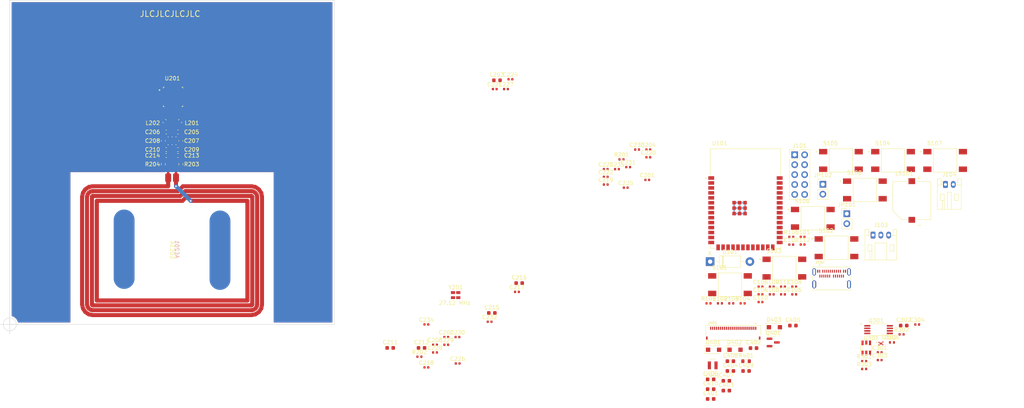
<source format=kicad_pcb>
(kicad_pcb (version 20211014) (generator pcbnew)

  (general
    (thickness 1.59)
  )

  (paper "A4")
  (layers
    (0 "F.Cu" signal)
    (1 "In1.Cu" power)
    (2 "In2.Cu" power)
    (31 "B.Cu" signal)
    (32 "B.Adhes" user "B.Adhesive")
    (33 "F.Adhes" user "F.Adhesive")
    (34 "B.Paste" user)
    (35 "F.Paste" user)
    (36 "B.SilkS" user "B.Silkscreen")
    (37 "F.SilkS" user "F.Silkscreen")
    (38 "B.Mask" user)
    (39 "F.Mask" user)
    (40 "Dwgs.User" user "User.Drawings")
    (41 "Cmts.User" user "User.Comments")
    (42 "Eco1.User" user "User.Eco1")
    (43 "Eco2.User" user "User.Eco2")
    (44 "Edge.Cuts" user)
    (45 "Margin" user)
    (46 "B.CrtYd" user "B.Courtyard")
    (47 "F.CrtYd" user "F.Courtyard")
    (48 "B.Fab" user)
    (49 "F.Fab" user)
    (50 "User.1" user)
    (51 "User.2" user)
    (52 "User.3" user)
    (53 "User.4" user)
    (54 "User.5" user)
    (55 "User.6" user)
    (56 "User.7" user)
    (57 "User.8" user)
    (58 "User.9" user)
  )

  (setup
    (stackup
      (layer "F.SilkS" (type "Top Silk Screen") (color "White"))
      (layer "F.Paste" (type "Top Solder Paste"))
      (layer "F.Mask" (type "Top Solder Mask") (color "Green") (thickness 0.01))
      (layer "F.Cu" (type "copper") (thickness 0.035))
      (layer "dielectric 1" (type "core") (thickness 0.2) (material "FR4") (epsilon_r 4.6) (loss_tangent 0.02))
      (layer "In1.Cu" (type "copper") (thickness 0.0175))
      (layer "dielectric 2" (type "prepreg") (thickness 1.065) (material "FR4") (epsilon_r 4.6) (loss_tangent 0.02))
      (layer "In2.Cu" (type "copper") (thickness 0.0175))
      (layer "dielectric 3" (type "core") (thickness 0.2) (material "FR4") (epsilon_r 4.6) (loss_tangent 0.02))
      (layer "B.Cu" (type "copper") (thickness 0.035))
      (layer "B.Mask" (type "Bottom Solder Mask") (color "Green") (thickness 0.01))
      (layer "B.Paste" (type "Bottom Solder Paste"))
      (layer "B.SilkS" (type "Bottom Silk Screen") (color "White"))
      (copper_finish "ENIG")
      (dielectric_constraints yes)
    )
    (pad_to_mask_clearance 0)
    (pcbplotparams
      (layerselection 0x00010fc_ffffffff)
      (disableapertmacros false)
      (usegerberextensions false)
      (usegerberattributes true)
      (usegerberadvancedattributes true)
      (creategerberjobfile true)
      (svguseinch false)
      (svgprecision 6)
      (excludeedgelayer true)
      (plotframeref false)
      (viasonmask false)
      (mode 1)
      (useauxorigin false)
      (hpglpennumber 1)
      (hpglpenspeed 20)
      (hpglpendiameter 15.000000)
      (dxfpolygonmode true)
      (dxfimperialunits true)
      (dxfusepcbnewfont true)
      (psnegative false)
      (psa4output false)
      (plotreference true)
      (plotvalue true)
      (plotinvisibletext false)
      (sketchpadsonfab false)
      (subtractmaskfromsilk false)
      (outputformat 1)
      (mirror false)
      (drillshape 1)
      (scaleselection 1)
      (outputdirectory "")
    )
  )

  (net 0 "")
  (net 1 "Net-(AE202-Pad1)")
  (net 2 "Net-(AE202-Pad2)")
  (net 3 "GND")
  (net 4 "+3V3")
  (net 5 "Net-(C404-Pad2)")
  (net 6 "Net-(C405-Pad2)")
  (net 7 "Net-(C406-Pad2)")
  (net 8 "Net-(C407-Pad2)")
  (net 9 "Net-(C408-Pad2)")
  (net 10 "Net-(C409-Pad2)")
  (net 11 "Net-(C410-Pad1)")
  (net 12 "+5V")
  (net 13 "USB_VBUS")
  (net 14 "ETH_CLK")
  (net 15 "ETH_INT")
  (net 16 "ETH_WOL")
  (net 17 "MISO")
  (net 18 "MOSI")
  (net 19 "Net-(C222-Pad1)")
  (net 20 "Net-(C225-Pad1)")
  (net 21 "Net-(J102-PadS1)")
  (net 22 "Net-(J102-PadA1)")
  (net 23 "unconnected-(J102-PadA2)")
  (net 24 "unconnected-(J102-PadA3)")
  (net 25 "Net-(J102-PadA5)")
  (net 26 "USB_D+")
  (net 27 "USB_D-")
  (net 28 "unconnected-(J102-PadA8)")
  (net 29 "unconnected-(J102-PadA10)")
  (net 30 "unconnected-(J102-PadA11)")
  (net 31 "Net-(J102-PadB1)")
  (net 32 "unconnected-(J102-PadB2)")
  (net 33 "unconnected-(J102-PadB3)")
  (net 34 "Net-(J102-PadB5)")
  (net 35 "unconnected-(J102-PadB8)")
  (net 36 "unconnected-(J102-PadB10)")
  (net 37 "unconnected-(J102-PadB11)")
  (net 38 "LED_DATA")
  (net 39 "+BATT")
  (net 40 "-BATT")
  (net 41 "SCLK")
  (net 42 "Net-(J401-PadS1)")
  (net 43 "ETH_SS_N")
  (net 44 "Net-(J401-Pad1)")
  (net 45 "unconnected-(J401-Pad6)")
  (net 46 "unconnected-(J401-Pad7)")
  (net 47 "DISP_BS")
  (net 48 "DISP_BUSY_N")
  (net 49 "DISP_RST")
  (net 50 "DISP_DC")
  (net 51 "DISP_SS_N")
  (net 52 "NFC_SS_N")
  (net 53 "NFC_IRQ")
  (net 54 "unconnected-(J401-Pad17)")
  (net 55 "unconnected-(J401-Pad19)")
  (net 56 "BUZZER")
  (net 57 "Net-(Q301-Pad1)")
  (net 58 "Net-(Q301-Pad4)")
  (net 59 "Net-(Q301-Pad5)")
  (net 60 "unconnected-(S101-Pad2)")
  (net 61 "unconnected-(S101-Pad3)")
  (net 62 "SW1")
  (net 63 "unconnected-(S102-Pad2)")
  (net 64 "Net-(S102-Pad3)")
  (net 65 "SW5")
  (net 66 "unconnected-(S103-Pad3)")
  (net 67 "unconnected-(S103-Pad4)")
  (net 68 "unconnected-(S104-Pad2)")
  (net 69 "unconnected-(S104-Pad3)")
  (net 70 "SW2")
  (net 71 "unconnected-(S105-Pad2)")
  (net 72 "unconnected-(S105-Pad3)")
  (net 73 "SW3")
  (net 74 "unconnected-(S106-Pad2)")
  (net 75 "unconnected-(S106-Pad3)")
  (net 76 "SW4")
  (net 77 "unconnected-(S107-Pad2)")
  (net 78 "unconnected-(S107-Pad3)")
  (net 79 "ESP_EN")
  (net 80 "unconnected-(S108-Pad2)")
  (net 81 "unconnected-(S108-Pad3)")
  (net 82 "ESP_BOOT")
  (net 83 "unconnected-(U101-Pad4)")
  (net 84 "unconnected-(U101-Pad5)")
  (net 85 "unconnected-(U101-Pad6)")
  (net 86 "unconnected-(U101-Pad7)")
  (net 87 "Net-(R105-Pad2)")
  (net 88 "unconnected-(U101-Pad12)")
  (net 89 "ESP_D-")
  (net 90 "ESP_D+")
  (net 91 "unconnected-(U101-Pad15)")
  (net 92 "unconnected-(U101-Pad36)")
  (net 93 "unconnected-(U101-Pad37)")
  (net 94 "unconnected-(U101-Pad38)")
  (net 95 "SENSE_BAT")
  (net 96 "unconnected-(U101-Pad25)")
  (net 97 "Net-(C217-Pad1)")
  (net 98 "/NFC/RFO1")
  (net 99 "/NFC/RFO2")
  (net 100 "/NFC/TRIM1_3")
  (net 101 "/NFC/TRIM2_3")
  (net 102 "/NFC/TRIM1_2")
  (net 103 "/NFC/TRIM2_2")
  (net 104 "Net-(R201-Pad2)")
  (net 105 "unconnected-(U201-Pad28)")
  (net 106 "Net-(R202-Pad2)")
  (net 107 "Net-(C221-Pad1)")
  (net 108 "Net-(C202-Pad2)")
  (net 109 "Net-(C201-Pad2)")
  (net 110 "/NFC/TRIM1_1")
  (net 111 "/NFC/TRIM2_1")
  (net 112 "/NFC/TRIM1_0")
  (net 113 "/NFC/TRIM2_0")
  (net 114 "/NFC/RFI1")
  (net 115 "/NFC/RFI2")
  (net 116 "Net-(C218-Pad2)")
  (net 117 "Net-(R302-Pad1)")
  (net 118 "unconnected-(U301-Pad4)")
  (net 119 "Net-(C301-Pad1)")
  (net 120 "Net-(AE201-Pad1)")
  (net 121 "Net-(AE201-Pad2)")
  (net 122 "Net-(C205-Pad1)")
  (net 123 "Net-(C206-Pad2)")
  (net 124 "TRIM1")
  (net 125 "TRIM2")
  (net 126 "Net-(C403-Pad1)")
  (net 127 "Net-(C403-Pad2)")

  (footprint "Capacitor_SMD:C_0603_1608Metric" (layer "F.Cu") (at 209.205 124.065))

  (footprint "Capacitor_SMD:C_0402_1005Metric" (layer "F.Cu") (at 141.595 115.205))

  (footprint "Resistor_SMD:R_0603_1608Metric" (layer "F.Cu") (at 73.75 69 -90))

  (footprint "CMI-9705-0380-SMT-TR:CUI_CMI-9705-0380-SMT-TR" (layer "F.Cu") (at 260.635 78.275))

  (footprint "Capacitor_SMD:C_0603_1608Metric" (layer "F.Cu") (at 73 66.75 180))

  (footprint "Capacitor_SMD:C_0402_1005Metric" (layer "F.Cu") (at 154 49.75))

  (footprint "FH34SRJ-24S-0:HRS_FH34SRJ-24S-0.5SH(99)" (layer "F.Cu") (at 214.975 112.14))

  (footprint "FS8205A:SOP65P640X120-8N" (layer "F.Cu") (at 252.14 111.33))

  (footprint "Capacitor_SMD:C_0402_1005Metric" (layer "F.Cu") (at 182.375 74.195))

  (footprint "Resistor_SMD:R_0402_1005Metric" (layer "F.Cu") (at 258.025 112.545))

  (footprint "Resistor_SMD:R_0402_1005Metric" (layer "F.Cu") (at 211.565 104.595))

  (footprint "ST25R3911B-AQFT:QFN50P500X500X100-33N" (layer "F.Cu") (at 71.75 51.75))

  (footprint "Resistor_SMD:R_0603_1608Metric" (layer "F.Cu") (at 218.265 119.415))

  (footprint "Capacitor_SMD:C_0402_1005Metric" (layer "F.Cu") (at 138.725 115.205))

  (footprint "Capacitor_SMD:C_0402_1005Metric" (layer "F.Cu") (at 187.48 75))

  (footprint "Capacitor_SMD:C_0402_1005Metric" (layer "F.Cu") (at 193.265 67.205))

  (footprint "NCP167BMX330TBG:REG_NCP167BMX330TBG" (layer "F.Cu") (at 252.74 114.895))

  (footprint "Capacitor_SMD:C_0402_1005Metric" (layer "F.Cu") (at 182.375 72.225))

  (footprint "Capacitor_SMD:C_0603_1608Metric" (layer "F.Cu") (at 213.215 126.945))

  (footprint "Diode_SMD:D_SOD-123F" (layer "F.Cu") (at 215.44 116.485))

  (footprint "Diode_SMD:D_SOD-123F" (layer "F.Cu") (at 209.96 116.485))

  (footprint "Connector_PinHeader_2.54mm:PinHeader_2x05_P2.54mm_Vertical" (layer "F.Cu") (at 230.695 66.575))

  (footprint "Antenna:Antenna_NFC" (layer "F.Cu") (at 71 91 -90))

  (footprint "Capacitor_SMD:C_0402_1005Metric" (layer "F.Cu") (at 188.115 69.735))

  (footprint "Connector_PinHeader_2.54mm:PinHeader_1x02_P2.54mm_Vertical" (layer "F.Cu") (at 244.015 81.675))

  (footprint "Resistor_SMD:R_0402_1005Metric" (layer "F.Cu") (at 186.405 67.755))

  (footprint "Resistor_SMD:R_0402_1005Metric" (layer "F.Cu") (at 217.385 104.595))

  (footprint "Capacitor_SMD:C_0402_1005Metric" (layer "F.Cu") (at 230.565 102.305))

  (footprint "Capacitor_SMD:C_0402_1005Metric" (layer "F.Cu") (at 221.955 104.275))

  (footprint "Capacitor_SMD:C_0603_1608Metric" (layer "F.Cu") (at 73.75 63 -90))

  (footprint "Capacitor_SMD:C_0402_1005Metric" (layer "F.Cu") (at 136.52 110))

  (footprint "Capacitor_SMD:C_0402_1005Metric" (layer "F.Cu") (at 252.425 117.155))

  (footprint "Capacitor_SMD:C_0402_1005Metric" (layer "F.Cu") (at 141.595 113.235))

  (footprint "Capacitor_SMD:C_0402_1005Metric" (layer "F.Cu") (at 185.245 70.255))

  (footprint "Connector_JST:JST_PH_S2B-PH-K_1x02_P2.00mm_Horizontal" (layer "F.Cu") (at 269.235 74.175))

  (footprint "Capacitor_SMD:C_0402_1005Metric" (layer "F.Cu") (at 227.695 102.305))

  (footprint "Capacitor_SMD:C_0402_1005Metric" (layer "F.Cu") (at 232.715 87.585))

  (footprint "TS04-66-95-BK-260-SMT:SW_TS04-66-95-BK-260-SMT" (layer "F.Cu") (at 248.64 75.575))

  (footprint "Capacitor_SMD:C_0402_1005Metric" (layer "F.Cu") (at 229.805 89.575))

  (footprint "Resistor_SMD:R_0402_1005Metric" (layer "F.Cu") (at 134.735 118.265))

  (footprint "Inductor_SMD:L_0603_1608Metric" (layer "F.Cu") (at 73.556847 57.943153 -135))

  (footprint "Resistor_SMD:R_0402_1005Metric" (layer "F.Cu") (at 214.475 104.595))

  (footprint "TS04-66-95-BK-260-SMT:SW_TS04-66-95-BK-260-SMT" (layer "F.Cu") (at 228.06 95.575))

  (footprint "Resistor_SMD:R_0402_1005Metric" (layer "F.Cu") (at 255.565 114.615))

  (footprint "Package_TO_SOT_SMD:SOT-23" (layer "F.Cu") (at 225.195 114.615))

  (fo
... [281306 chars truncated]
</source>
